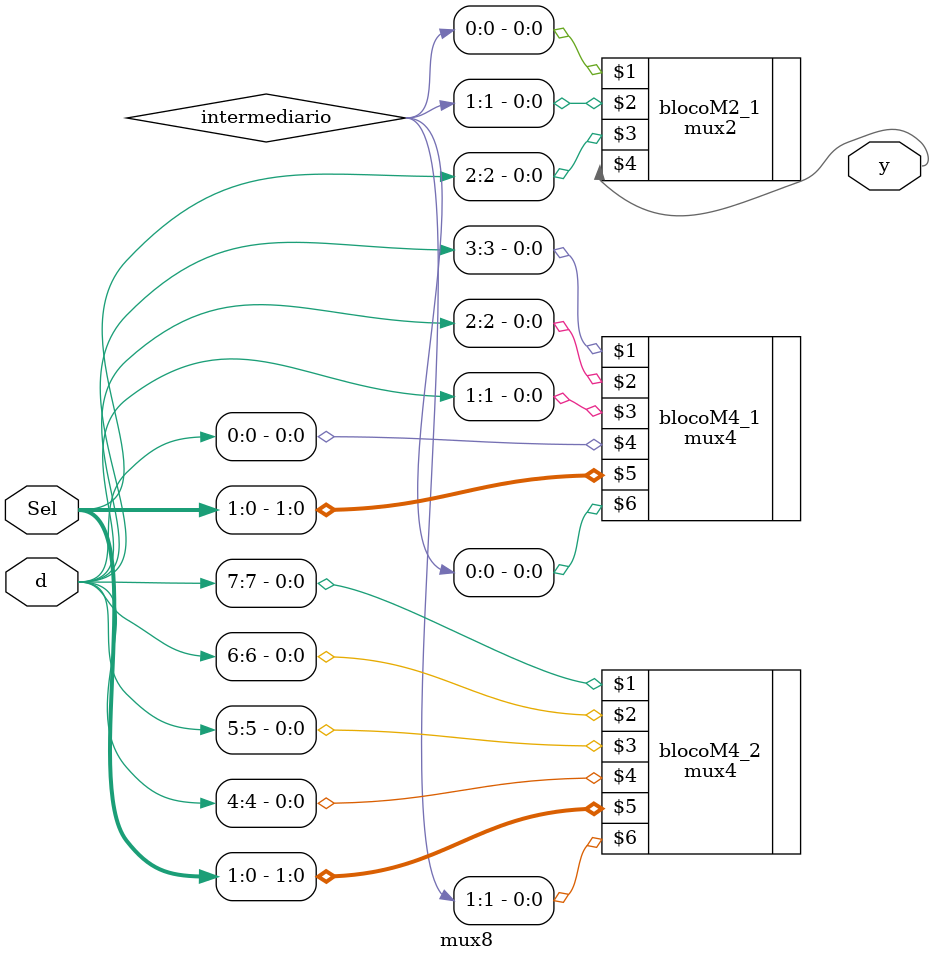
<source format=sv>
module mux8 (d, Sel, y);

	input logic [7:0] d;    
	input logic [2:0] Sel;
	logic [1:0]intermediario;
	output logic y;

mux4 blocoM4_1(d[3],d[2],d[1],d[0],Sel[1:0], intermediario[0]);
mux4 blocoM4_2(d[7],d[6],d[5],d[4],Sel[1:0], intermediario [1]);
mux2 blocoM2_1 (intermediario[0],intermediario[1], Sel[2], y);

endmodule


</source>
